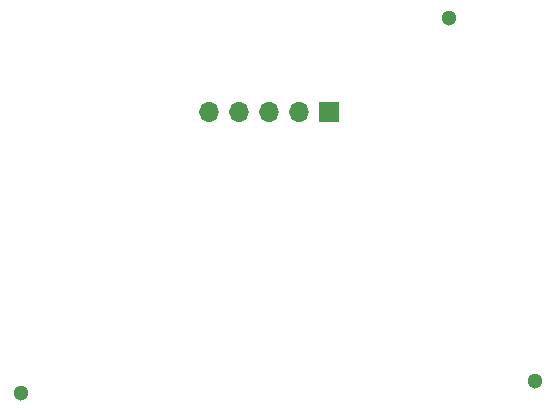
<source format=gbr>
%TF.GenerationSoftware,KiCad,Pcbnew,8.0.6*%
%TF.CreationDate,2024-11-26T20:51:27-05:00*%
%TF.ProjectId,pb_mobo_final,70625f6d-6f62-46f5-9f66-696e616c2e6b,rev?*%
%TF.SameCoordinates,Original*%
%TF.FileFunction,Soldermask,Bot*%
%TF.FilePolarity,Negative*%
%FSLAX46Y46*%
G04 Gerber Fmt 4.6, Leading zero omitted, Abs format (unit mm)*
G04 Created by KiCad (PCBNEW 8.0.6) date 2024-11-26 20:51:27*
%MOMM*%
%LPD*%
G01*
G04 APERTURE LIST*
%ADD10C,1.300000*%
%ADD11R,1.700000X1.700000*%
%ADD12O,1.700000X1.700000*%
G04 APERTURE END LIST*
D10*
%TO.C,REF\u002A\u002A*%
X166000000Y-99250000D03*
%TD*%
%TO.C,REF\u002A\u002A*%
X202250000Y-67500000D03*
%TD*%
%TO.C,REF\u002A\u002A*%
X209500000Y-98250000D03*
%TD*%
D11*
%TO.C,J1*%
X192100000Y-75500000D03*
D12*
X189560000Y-75500000D03*
X187020000Y-75500000D03*
X184480000Y-75500000D03*
X181940000Y-75500000D03*
%TD*%
M02*

</source>
